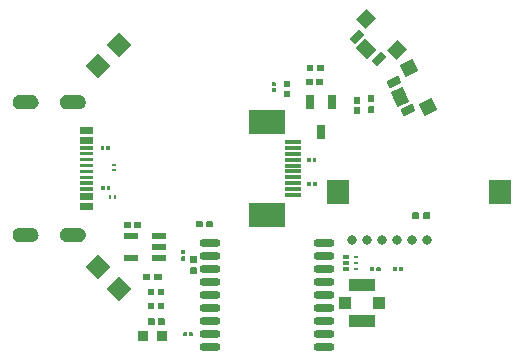
<source format=gbp>
G04 Layer: BottomPasteMaskLayer*
G04 Panelize: , Column: 1, Row: 1, Board Size: 43.14mm x 33.02mm, Panelized Board Size: 43.14mm x 33.02mm*
G04 EasyEDA v6.5.42, 2024-03-19 15:40:22*
G04 eeb97d59e02942aebf3b2853903f826f,9a4ed40c0dd746429eaf55b84663d2fb,10*
G04 Gerber Generator version 0.2*
G04 Scale: 100 percent, Rotated: No, Reflected: No *
G04 Dimensions in millimeters *
G04 leading zeros omitted , absolute positions ,4 integer and 5 decimal *
%FSLAX45Y45*%
%MOMM*%

%AMMACRO1*21,1,$1,$2,0,0,$3*%
%ADD10C,0.8000*%
%ADD11MACRO1,1.5239X1.5238X-44.9932*%
%ADD12MACRO1,2X1.8001X-90.0000*%
%ADD13MACRO1,1.5239X1.5241X-135.0068*%
%ADD14MACRO1,0.7X1.2499X0.0000*%
%ADD15MACRO1,0.27X0.2499X0.0000*%
%ADD16MACRO1,0.27X0.2499X90.0000*%
%ADD17MACRO1,0.7998X0.8001X90.0000*%
%ADD18MACRO1,0.8001X0.8001X90.0000*%
%ADD19MACRO1,0.49X1.1572X-90.0000*%
%ADD20MACRO1,0.49X1.175X-90.0000*%
%ADD21MACRO1,0.3X1.3002X90.0000*%
%ADD22MACRO1,0.3002X1.3002X90.0000*%
%ADD23MACRO1,2X3X90.0000*%
%ADD24O,1.7729962X0.6999986*%
%ADD25MACRO1,2.1999X1.0998X0.0000*%
%ADD26MACRO1,1.05X1X-90.0000*%
%ADD27MACRO1,2.2001X1.0998X0.0000*%
%ADD28R,0.4250X0.2800*%
%ADD29MACRO1,0.4252X0.2799X0.0000*%
%ADD30MACRO1,0.7001X1.1001X135.0000*%
%ADD31MACRO1,0.6999X1.1001X134.9853*%
%ADD32MACRO1,1.4X1.0999X135.0074*%
%ADD33MACRO1,1.1498X1.2001X135.0000*%
%ADD34MACRO1,1.15X1.1998X135.0089*%
%ADD35MACRO1,0.7001X1.0999X116.0166*%
%ADD36MACRO1,0.7002X1.1002X115.9888*%
%ADD37MACRO1,1.4X1.1002X115.9979*%
%ADD38MACRO1,1.1501X1.2002X115.9878*%
%ADD39MACRO1,1.1499X1.1999X116.0047*%
%ADD40C,0.0100*%

%LPD*%
G36*
X-1099870Y583946D02*
G01*
X-1099870Y553974D01*
X-989888Y553974D01*
X-989888Y583946D01*
G37*
G36*
X-1099870Y633984D02*
G01*
X-1099870Y603758D01*
X-989888Y603758D01*
X-989888Y633984D01*
G37*
G36*
X-1099870Y683768D02*
G01*
X-1099870Y653796D01*
X-989888Y653796D01*
X-989888Y683768D01*
G37*
G36*
X-1099870Y733806D02*
G01*
X-1099870Y703834D01*
X-989888Y703834D01*
X-989888Y733806D01*
G37*
G36*
X-1099870Y783844D02*
G01*
X-1099870Y753872D01*
X-989888Y753872D01*
X-989888Y783844D01*
G37*
G36*
X-1099870Y833882D02*
G01*
X-1099870Y803910D01*
X-989888Y803910D01*
X-989888Y833882D01*
G37*
G36*
X-1099870Y883919D02*
G01*
X-1099870Y853948D01*
X-989888Y853948D01*
X-989888Y883919D01*
G37*
G36*
X-1099870Y933958D02*
G01*
X-1099870Y903986D01*
X-989888Y903986D01*
X-989888Y933958D01*
G37*
G36*
X-1100023Y454253D02*
G01*
X-1100023Y394004D01*
X-989736Y394004D01*
X-989736Y454253D01*
G37*
G36*
X-1100023Y534263D02*
G01*
X-1100023Y474014D01*
X-989736Y474014D01*
X-989736Y534263D01*
G37*
G36*
X-1100023Y1014171D02*
G01*
X-1100023Y953973D01*
X-989736Y953973D01*
X-989736Y1014171D01*
G37*
G36*
X-1100023Y1094079D02*
G01*
X-1100023Y1033830D01*
X-989736Y1033830D01*
X-989736Y1094079D01*
G37*
G36*
X-1610461Y1365859D02*
G01*
X-1617522Y1365453D01*
X-1621078Y1364945D01*
X-1627987Y1363268D01*
X-1631340Y1362151D01*
X-1637842Y1359255D01*
X-1643989Y1355648D01*
X-1649628Y1351330D01*
X-1654708Y1346403D01*
X-1659178Y1340866D01*
X-1662988Y1334871D01*
X-1666036Y1328420D01*
X-1667306Y1325118D01*
X-1669135Y1318260D01*
X-1669796Y1314754D01*
X-1670405Y1307642D01*
X-1670202Y1300530D01*
X-1669135Y1293520D01*
X-1667306Y1286662D01*
X-1664614Y1280058D01*
X-1661160Y1273860D01*
X-1657045Y1268069D01*
X-1652219Y1262837D01*
X-1646834Y1258214D01*
X-1640941Y1254201D01*
X-1634642Y1250950D01*
X-1627987Y1248511D01*
X-1621078Y1246835D01*
X-1614017Y1245971D01*
X-1506880Y1245971D01*
X-1499819Y1246835D01*
X-1492910Y1248511D01*
X-1486255Y1250950D01*
X-1479956Y1254201D01*
X-1474063Y1258214D01*
X-1468678Y1262837D01*
X-1463852Y1268069D01*
X-1459687Y1273860D01*
X-1456283Y1280058D01*
X-1453591Y1286662D01*
X-1451711Y1293520D01*
X-1450695Y1300530D01*
X-1450492Y1307642D01*
X-1451102Y1314754D01*
X-1451711Y1318260D01*
X-1453591Y1325118D01*
X-1456283Y1331671D01*
X-1459687Y1337919D01*
X-1463852Y1343710D01*
X-1468678Y1348943D01*
X-1474063Y1353566D01*
X-1476908Y1355648D01*
X-1483055Y1359255D01*
X-1489557Y1362151D01*
X-1496364Y1364183D01*
X-1499819Y1364945D01*
X-1506880Y1365758D01*
G37*
G36*
X-1210462Y1365859D02*
G01*
X-1217523Y1365453D01*
X-1221079Y1364945D01*
X-1227988Y1363268D01*
X-1231341Y1362151D01*
X-1237843Y1359255D01*
X-1243990Y1355648D01*
X-1249629Y1351330D01*
X-1254709Y1346403D01*
X-1259179Y1340866D01*
X-1262989Y1334871D01*
X-1266037Y1328420D01*
X-1267307Y1325118D01*
X-1269136Y1318260D01*
X-1269796Y1314754D01*
X-1270406Y1307642D01*
X-1270203Y1300530D01*
X-1269136Y1293520D01*
X-1267307Y1286662D01*
X-1264615Y1280058D01*
X-1261160Y1273860D01*
X-1257046Y1268069D01*
X-1252220Y1262837D01*
X-1246835Y1258214D01*
X-1240942Y1254201D01*
X-1234643Y1250950D01*
X-1227988Y1248511D01*
X-1221079Y1246835D01*
X-1214018Y1245971D01*
X-1106881Y1245971D01*
X-1099820Y1246835D01*
X-1092911Y1248511D01*
X-1086256Y1250950D01*
X-1079957Y1254201D01*
X-1074064Y1258214D01*
X-1068679Y1262837D01*
X-1063853Y1268069D01*
X-1059688Y1273860D01*
X-1056284Y1280058D01*
X-1053592Y1286662D01*
X-1051712Y1293520D01*
X-1050696Y1300530D01*
X-1050493Y1307642D01*
X-1051102Y1314754D01*
X-1051712Y1318260D01*
X-1053592Y1325118D01*
X-1056284Y1331671D01*
X-1059688Y1337919D01*
X-1063853Y1343710D01*
X-1068679Y1348943D01*
X-1074064Y1353566D01*
X-1076909Y1355648D01*
X-1083056Y1359255D01*
X-1089558Y1362151D01*
X-1096365Y1364183D01*
X-1099820Y1364945D01*
X-1106881Y1365758D01*
G37*
G36*
X-1610461Y241909D02*
G01*
X-1617522Y241503D01*
X-1624533Y240233D01*
X-1631340Y238150D01*
X-1637842Y235305D01*
X-1643989Y231648D01*
X-1649628Y227380D01*
X-1654708Y222402D01*
X-1659178Y216865D01*
X-1662988Y210870D01*
X-1666036Y204470D01*
X-1667306Y201117D01*
X-1669135Y194259D01*
X-1670202Y187248D01*
X-1670405Y180136D01*
X-1669796Y173024D01*
X-1668322Y166116D01*
X-1667306Y162712D01*
X-1664614Y156108D01*
X-1661160Y149860D01*
X-1657045Y144119D01*
X-1652219Y138836D01*
X-1646834Y134213D01*
X-1643989Y132130D01*
X-1637842Y128524D01*
X-1631340Y125679D01*
X-1627987Y124510D01*
X-1621078Y122834D01*
X-1614017Y122021D01*
X-1510436Y121920D01*
X-1503375Y122326D01*
X-1499819Y122834D01*
X-1492910Y124510D01*
X-1486255Y127000D01*
X-1479956Y130251D01*
X-1476908Y132130D01*
X-1471269Y136448D01*
X-1466189Y141427D01*
X-1461719Y146913D01*
X-1459687Y149860D01*
X-1456283Y156108D01*
X-1453591Y162712D01*
X-1451711Y169570D01*
X-1450695Y176580D01*
X-1450492Y183692D01*
X-1451102Y190754D01*
X-1451711Y194259D01*
X-1453591Y201117D01*
X-1456283Y207721D01*
X-1459687Y213918D01*
X-1463852Y219710D01*
X-1468678Y224942D01*
X-1471269Y227380D01*
X-1476908Y231648D01*
X-1483055Y235305D01*
X-1489557Y238150D01*
X-1496364Y240233D01*
X-1503375Y241503D01*
X-1510436Y241909D01*
G37*
G36*
X-1210462Y241909D02*
G01*
X-1217523Y241503D01*
X-1224534Y240233D01*
X-1231341Y238150D01*
X-1237843Y235305D01*
X-1243990Y231648D01*
X-1249629Y227380D01*
X-1254709Y222402D01*
X-1259179Y216865D01*
X-1262989Y210870D01*
X-1266037Y204470D01*
X-1267307Y201117D01*
X-1269136Y194259D01*
X-1270203Y187248D01*
X-1270406Y180136D01*
X-1269796Y173024D01*
X-1268323Y166116D01*
X-1267307Y162712D01*
X-1264615Y156108D01*
X-1261160Y149860D01*
X-1257046Y144119D01*
X-1252220Y138836D01*
X-1246835Y134213D01*
X-1243990Y132130D01*
X-1237843Y128524D01*
X-1231341Y125679D01*
X-1227988Y124510D01*
X-1221079Y122834D01*
X-1214018Y122021D01*
X-1110437Y121920D01*
X-1103376Y122326D01*
X-1099820Y122834D01*
X-1092911Y124510D01*
X-1086256Y127000D01*
X-1079957Y130251D01*
X-1076909Y132130D01*
X-1071270Y136448D01*
X-1066190Y141427D01*
X-1061720Y146913D01*
X-1059688Y149860D01*
X-1056284Y156108D01*
X-1053592Y162712D01*
X-1051712Y169570D01*
X-1050696Y176580D01*
X-1050493Y183692D01*
X-1051102Y190754D01*
X-1051712Y194259D01*
X-1053592Y201117D01*
X-1056284Y207721D01*
X-1059688Y213918D01*
X-1063853Y219710D01*
X-1068679Y224942D01*
X-1071270Y227380D01*
X-1076909Y231648D01*
X-1083056Y235305D01*
X-1089558Y238150D01*
X-1096365Y240233D01*
X-1103376Y241503D01*
X-1110437Y241909D01*
G37*
G36*
X-438810Y-274777D02*
G01*
X-442772Y-278790D01*
X-442772Y-324815D01*
X-438810Y-328777D01*
X-388721Y-328777D01*
X-384708Y-324815D01*
X-384708Y-278790D01*
X-388721Y-274777D01*
G37*
G36*
X-523849Y-274777D02*
G01*
X-527862Y-278790D01*
X-527862Y-324815D01*
X-523849Y-328777D01*
X-473811Y-328777D01*
X-469798Y-324815D01*
X-469798Y-278790D01*
X-473811Y-274777D01*
G37*
G36*
X-523544Y-392379D02*
G01*
X-527558Y-396392D01*
X-527558Y-442417D01*
X-523544Y-446379D01*
X-473506Y-446379D01*
X-469493Y-442417D01*
X-469493Y-396392D01*
X-473506Y-392379D01*
G37*
G36*
X-438505Y-392379D02*
G01*
X-442518Y-396392D01*
X-442518Y-442417D01*
X-438505Y-446379D01*
X-388416Y-446379D01*
X-384454Y-442417D01*
X-384454Y-396392D01*
X-388416Y-392379D01*
G37*
G36*
X875385Y629716D02*
G01*
X872998Y627278D01*
X872998Y599694D01*
X875385Y597306D01*
X901801Y597306D01*
X904189Y599694D01*
X904189Y627278D01*
X901801Y629716D01*
G37*
G36*
X827989Y629716D02*
G01*
X825601Y627278D01*
X825601Y599694D01*
X827989Y597306D01*
X854405Y597306D01*
X856792Y599694D01*
X856792Y627278D01*
X854405Y629716D01*
G37*
G36*
X528015Y1472996D02*
G01*
X525576Y1470609D01*
X525576Y1444193D01*
X528015Y1441805D01*
X555599Y1441805D01*
X557987Y1444193D01*
X557987Y1470609D01*
X555599Y1472996D01*
G37*
G36*
X528015Y1425600D02*
G01*
X525576Y1423212D01*
X525576Y1396796D01*
X528015Y1394409D01*
X555599Y1394409D01*
X557987Y1396796D01*
X557987Y1423212D01*
X555599Y1425600D01*
G37*
G36*
X872083Y834593D02*
G01*
X869696Y832205D01*
X869696Y804621D01*
X872083Y802182D01*
X898499Y802182D01*
X900887Y804621D01*
X900887Y832205D01*
X898499Y834593D01*
G37*
G36*
X824687Y834593D02*
G01*
X822299Y832205D01*
X822299Y804621D01*
X824687Y802182D01*
X851103Y802182D01*
X853490Y804621D01*
X853490Y832205D01*
X851103Y834593D01*
G37*
G36*
X-919226Y597712D02*
G01*
X-921613Y595274D01*
X-921613Y567690D01*
X-919226Y565302D01*
X-892810Y565302D01*
X-890422Y567690D01*
X-890422Y595274D01*
X-892810Y597712D01*
G37*
G36*
X-871829Y597712D02*
G01*
X-874217Y595274D01*
X-874217Y567690D01*
X-871829Y565302D01*
X-845413Y565302D01*
X-843026Y567690D01*
X-843026Y595274D01*
X-845413Y597712D01*
G37*
G36*
X-875385Y932484D02*
G01*
X-877773Y930097D01*
X-877773Y902462D01*
X-875385Y900074D01*
X-848969Y900074D01*
X-846582Y902462D01*
X-846582Y930097D01*
X-848969Y932484D01*
G37*
G36*
X-922782Y932484D02*
G01*
X-925169Y930097D01*
X-925169Y902462D01*
X-922782Y900074D01*
X-896366Y900074D01*
X-893978Y902462D01*
X-893978Y930097D01*
X-896366Y932484D01*
G37*
G36*
X1410817Y-92252D02*
G01*
X1408379Y-94640D01*
X1408379Y-122275D01*
X1410817Y-124663D01*
X1443736Y-124663D01*
X1446123Y-122275D01*
X1446123Y-94640D01*
X1443736Y-92252D01*
G37*
G36*
X1356868Y-92252D02*
G01*
X1354480Y-94640D01*
X1354480Y-122275D01*
X1356868Y-124663D01*
X1389786Y-124663D01*
X1392224Y-122275D01*
X1392224Y-94640D01*
X1389786Y-92252D01*
G37*
G36*
X822960Y1623009D02*
G01*
X818946Y1618996D01*
X818946Y1573022D01*
X822960Y1569008D01*
X873048Y1569008D01*
X877011Y1573022D01*
X877011Y1618996D01*
X873048Y1623009D01*
G37*
G36*
X908050Y1623009D02*
G01*
X904036Y1618996D01*
X904036Y1573022D01*
X908050Y1569008D01*
X958087Y1569008D01*
X962101Y1573022D01*
X962101Y1618996D01*
X958087Y1623009D01*
G37*
G36*
X1716786Y375208D02*
G01*
X1711807Y370179D01*
X1711807Y325170D01*
X1716786Y320192D01*
X1764792Y320192D01*
X1771802Y325170D01*
X1771802Y370179D01*
X1764792Y375208D01*
G37*
G36*
X1814779Y375208D02*
G01*
X1807768Y370179D01*
X1807768Y325170D01*
X1814779Y320192D01*
X1862785Y320192D01*
X1867814Y325170D01*
X1867814Y370179D01*
X1862785Y375208D01*
G37*
G36*
X-160782Y-89408D02*
G01*
X-165811Y-96418D01*
X-165811Y-144424D01*
X-160782Y-149402D01*
X-115824Y-149402D01*
X-110794Y-144424D01*
X-110794Y-96418D01*
X-115824Y-89408D01*
G37*
G36*
X-160782Y6604D02*
G01*
X-165811Y1574D01*
X-165811Y-46380D01*
X-160782Y-53390D01*
X-115824Y-53390D01*
X-110794Y-46380D01*
X-110794Y1574D01*
X-115824Y6604D01*
G37*
G36*
X1603349Y-94284D02*
G01*
X1600911Y-96672D01*
X1600911Y-124307D01*
X1603349Y-126695D01*
X1636268Y-126695D01*
X1638655Y-124307D01*
X1638655Y-96672D01*
X1636268Y-94284D01*
G37*
G36*
X1549400Y-94284D02*
G01*
X1547012Y-96672D01*
X1547012Y-124307D01*
X1549400Y-126695D01*
X1582318Y-126695D01*
X1584756Y-124307D01*
X1584756Y-96672D01*
X1582318Y-94284D01*
G37*
G36*
X-559917Y-148590D02*
G01*
X-564896Y-153619D01*
X-564896Y-198577D01*
X-559917Y-203606D01*
X-511911Y-203606D01*
X-504901Y-198577D01*
X-504901Y-153619D01*
X-511911Y-148590D01*
G37*
G36*
X-461924Y-148590D02*
G01*
X-468884Y-153619D01*
X-468884Y-198577D01*
X-461924Y-203606D01*
X-413918Y-203606D01*
X-408889Y-198577D01*
X-408889Y-153619D01*
X-413918Y-148590D01*
G37*
G36*
X-174142Y-642416D02*
G01*
X-176580Y-644804D01*
X-176580Y-672439D01*
X-174142Y-674827D01*
X-147726Y-674827D01*
X-145338Y-672439D01*
X-145338Y-644804D01*
X-147726Y-642416D01*
G37*
G36*
X-221589Y-642416D02*
G01*
X-223977Y-644804D01*
X-223977Y-672439D01*
X-221589Y-674827D01*
X-195173Y-674827D01*
X-192735Y-672439D01*
X-192735Y-644804D01*
X-195173Y-642416D01*
G37*
G36*
X-238810Y304D02*
G01*
X-241198Y-2082D01*
X-241198Y-35052D01*
X-238810Y-37439D01*
X-211175Y-37439D01*
X-208788Y-35052D01*
X-208788Y-2082D01*
X-211175Y304D01*
G37*
G36*
X-238810Y54254D02*
G01*
X-241198Y51866D01*
X-241198Y18897D01*
X-238810Y16510D01*
X-211175Y16510D01*
X-208788Y18897D01*
X-208788Y51866D01*
X-211175Y54254D01*
G37*
G36*
X-28194Y298754D02*
G01*
X-32207Y294792D01*
X-32207Y248767D01*
X-28194Y244805D01*
X21844Y244805D01*
X25857Y248767D01*
X25857Y294792D01*
X21844Y298754D01*
G37*
G36*
X-113283Y298754D02*
G01*
X-117297Y294792D01*
X-117297Y248767D01*
X-113283Y244805D01*
X-63195Y244805D01*
X-59232Y248767D01*
X-59232Y294792D01*
X-63195Y298754D01*
G37*
G36*
X629818Y1488135D02*
G01*
X625805Y1484172D01*
X625805Y1434084D01*
X629818Y1430070D01*
X675792Y1430070D01*
X679805Y1434084D01*
X679805Y1484172D01*
X675792Y1488135D01*
G37*
G36*
X629818Y1403096D02*
G01*
X625805Y1399082D01*
X625805Y1349044D01*
X629818Y1345031D01*
X675792Y1345031D01*
X679805Y1349044D01*
X679805Y1399082D01*
X675792Y1403096D01*
G37*
G36*
X905256Y1502359D02*
G01*
X901242Y1498346D01*
X901242Y1452372D01*
X905256Y1448358D01*
X955294Y1448358D01*
X959307Y1452372D01*
X959307Y1498346D01*
X955294Y1502359D01*
G37*
G36*
X820166Y1502359D02*
G01*
X816152Y1498346D01*
X816152Y1452372D01*
X820166Y1448358D01*
X870254Y1448358D01*
X874217Y1452372D01*
X874217Y1498346D01*
X870254Y1502359D01*
G37*
G36*
X1343101Y1271270D02*
G01*
X1338072Y1264259D01*
X1338072Y1216253D01*
X1343101Y1211275D01*
X1388110Y1211275D01*
X1393088Y1216253D01*
X1393088Y1264259D01*
X1388110Y1271270D01*
G37*
G36*
X1343101Y1367282D02*
G01*
X1338072Y1362252D01*
X1338072Y1314246D01*
X1343101Y1307236D01*
X1388110Y1307236D01*
X1393088Y1314246D01*
X1393088Y1362252D01*
X1388110Y1367282D01*
G37*
G36*
X1223213Y1264310D02*
G01*
X1219200Y1260348D01*
X1219200Y1210259D01*
X1223213Y1206246D01*
X1269187Y1206246D01*
X1273200Y1210259D01*
X1273200Y1260348D01*
X1269187Y1264310D01*
G37*
G36*
X1223213Y1349400D02*
G01*
X1219200Y1345387D01*
X1219200Y1295349D01*
X1223213Y1291336D01*
X1269187Y1291336D01*
X1273200Y1295349D01*
X1273200Y1345387D01*
X1269187Y1349400D01*
G37*
G36*
X-635457Y291490D02*
G01*
X-639470Y287528D01*
X-639470Y241503D01*
X-635457Y237490D01*
X-585368Y237490D01*
X-581406Y241503D01*
X-581406Y287528D01*
X-585368Y291490D01*
G37*
G36*
X-720496Y291490D02*
G01*
X-724509Y287528D01*
X-724509Y241503D01*
X-720496Y237490D01*
X-670458Y237490D01*
X-666445Y241503D01*
X-666445Y287528D01*
X-670458Y291490D01*
G37*
G36*
X-437286Y-524713D02*
G01*
X-441299Y-528675D01*
X-441299Y-574700D01*
X-437286Y-578713D01*
X-387248Y-578713D01*
X-383235Y-574700D01*
X-383235Y-528675D01*
X-387248Y-524713D01*
G37*
G36*
X-522376Y-524713D02*
G01*
X-526338Y-528675D01*
X-526338Y-574700D01*
X-522376Y-578713D01*
X-472287Y-578713D01*
X-468274Y-574700D01*
X-468274Y-528675D01*
X-472287Y-524713D01*
G37*
D10*
G01*
X1459562Y139539D03*
G01*
X1586562Y139539D03*
G01*
X1713562Y139539D03*
G01*
X1840562Y139539D03*
G01*
X1332562Y139539D03*
G01*
X1205562Y139539D03*
D11*
G01*
X-947734Y-92997D03*
G01*
X-768131Y-272600D03*
D12*
G01*
X1082893Y545000D03*
G01*
X2452893Y545000D03*
D13*
G01*
X-767585Y1789892D03*
G01*
X-947188Y1610288D03*
D14*
G01*
X939294Y1052835D03*
G01*
X1034290Y1302771D03*
G01*
X844298Y1302771D03*
D15*
G01*
X-812454Y728692D03*
G01*
X-812454Y771110D03*
D16*
G01*
X-800402Y506557D03*
G01*
X-842820Y506557D03*
D17*
G01*
X-403044Y-671443D03*
D18*
G01*
X-562937Y-670745D03*
D19*
G01*
X-434794Y174249D03*
G01*
X-434794Y79253D03*
G01*
X-434794Y-15742D03*
D20*
G01*
X-665528Y-15742D03*
G01*
X-665528Y174249D03*
D21*
G01*
X706617Y518850D03*
D22*
G01*
X706617Y568850D03*
D21*
G01*
X706617Y618850D03*
D22*
G01*
X706617Y668850D03*
D21*
G01*
X706617Y718850D03*
D22*
G01*
X706617Y768850D03*
D21*
G01*
X706617Y818850D03*
D22*
G01*
X706617Y868850D03*
D21*
G01*
X706617Y918850D03*
D22*
G01*
X706617Y968849D03*
D23*
G01*
X487263Y1133848D03*
G01*
X487263Y353839D03*
D24*
G01*
X2Y-770008D03*
G01*
X2Y-660001D03*
G01*
X2Y-549993D03*
G01*
X2Y-440011D03*
G01*
X2Y-330004D03*
G01*
X2Y-219997D03*
G01*
X2Y-110015D03*
G01*
X2Y-7D03*
G01*
X2Y109999D03*
G01*
X962306Y109999D03*
G01*
X962306Y-7D03*
G01*
X962306Y-110015D03*
G01*
X962306Y-219997D03*
G01*
X962306Y-330004D03*
G01*
X962306Y-440011D03*
G01*
X962306Y-549993D03*
G01*
X962306Y-660001D03*
G01*
X962306Y-770008D03*
D25*
G01*
X1290640Y-244000D03*
D26*
G01*
X1148171Y-394012D03*
D27*
G01*
X1290652Y-543999D03*
D26*
G01*
X1433159Y-394012D03*
D28*
G01*
X1237084Y-5824D03*
G01*
X1237084Y-55811D03*
G01*
X1237084Y-105824D03*
D29*
G01*
X1149581Y-105824D03*
G01*
X1149581Y-55811D03*
G01*
X1149581Y-5824D03*
D30*
G01*
X1429120Y1671363D03*
D31*
G01*
X1241719Y1858751D03*
D32*
G01*
X1324815Y1754459D03*
D33*
G01*
X1582905Y1750915D03*
D34*
G01*
X1321285Y2012548D03*
D35*
G01*
X1678853Y1237366D03*
D36*
G01*
X1562674Y1475541D03*
D37*
G01*
X1607276Y1349888D03*
D38*
G01*
X1850151Y1262512D03*
D39*
G01*
X1687972Y1595061D03*
M02*

</source>
